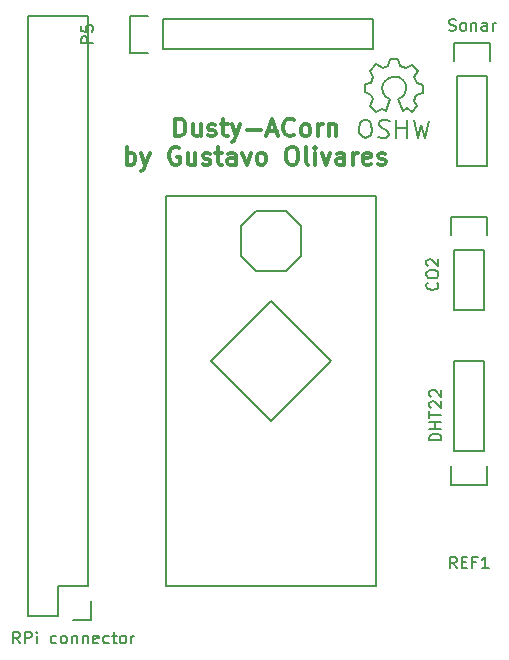
<source format=gbr>
G04 #@! TF.FileFunction,Legend,Top*
%FSLAX46Y46*%
G04 Gerber Fmt 4.6, Leading zero omitted, Abs format (unit mm)*
G04 Created by KiCad (PCBNEW 4.0.2-2.fc24-product) date Thu 11 Aug 2016 11:34:58 NZST*
%MOMM*%
G01*
G04 APERTURE LIST*
%ADD10C,0.100000*%
%ADD11C,0.300000*%
%ADD12C,0.150000*%
%ADD13C,0.127000*%
G04 APERTURE END LIST*
D10*
D11*
X108240572Y-88632571D02*
X108240572Y-87132571D01*
X108597715Y-87132571D01*
X108812000Y-87204000D01*
X108954858Y-87346857D01*
X109026286Y-87489714D01*
X109097715Y-87775429D01*
X109097715Y-87989714D01*
X109026286Y-88275429D01*
X108954858Y-88418286D01*
X108812000Y-88561143D01*
X108597715Y-88632571D01*
X108240572Y-88632571D01*
X110383429Y-87632571D02*
X110383429Y-88632571D01*
X109740572Y-87632571D02*
X109740572Y-88418286D01*
X109812000Y-88561143D01*
X109954858Y-88632571D01*
X110169143Y-88632571D01*
X110312000Y-88561143D01*
X110383429Y-88489714D01*
X111026286Y-88561143D02*
X111169143Y-88632571D01*
X111454858Y-88632571D01*
X111597715Y-88561143D01*
X111669143Y-88418286D01*
X111669143Y-88346857D01*
X111597715Y-88204000D01*
X111454858Y-88132571D01*
X111240572Y-88132571D01*
X111097715Y-88061143D01*
X111026286Y-87918286D01*
X111026286Y-87846857D01*
X111097715Y-87704000D01*
X111240572Y-87632571D01*
X111454858Y-87632571D01*
X111597715Y-87704000D01*
X112097715Y-87632571D02*
X112669144Y-87632571D01*
X112312001Y-87132571D02*
X112312001Y-88418286D01*
X112383429Y-88561143D01*
X112526287Y-88632571D01*
X112669144Y-88632571D01*
X113026287Y-87632571D02*
X113383430Y-88632571D01*
X113740572Y-87632571D02*
X113383430Y-88632571D01*
X113240572Y-88989714D01*
X113169144Y-89061143D01*
X113026287Y-89132571D01*
X114312001Y-88061143D02*
X115454858Y-88061143D01*
X116097715Y-88204000D02*
X116812001Y-88204000D01*
X115954858Y-88632571D02*
X116454858Y-87132571D01*
X116954858Y-88632571D01*
X118312001Y-88489714D02*
X118240572Y-88561143D01*
X118026286Y-88632571D01*
X117883429Y-88632571D01*
X117669144Y-88561143D01*
X117526286Y-88418286D01*
X117454858Y-88275429D01*
X117383429Y-87989714D01*
X117383429Y-87775429D01*
X117454858Y-87489714D01*
X117526286Y-87346857D01*
X117669144Y-87204000D01*
X117883429Y-87132571D01*
X118026286Y-87132571D01*
X118240572Y-87204000D01*
X118312001Y-87275429D01*
X119169144Y-88632571D02*
X119026286Y-88561143D01*
X118954858Y-88489714D01*
X118883429Y-88346857D01*
X118883429Y-87918286D01*
X118954858Y-87775429D01*
X119026286Y-87704000D01*
X119169144Y-87632571D01*
X119383429Y-87632571D01*
X119526286Y-87704000D01*
X119597715Y-87775429D01*
X119669144Y-87918286D01*
X119669144Y-88346857D01*
X119597715Y-88489714D01*
X119526286Y-88561143D01*
X119383429Y-88632571D01*
X119169144Y-88632571D01*
X120312001Y-88632571D02*
X120312001Y-87632571D01*
X120312001Y-87918286D02*
X120383429Y-87775429D01*
X120454858Y-87704000D01*
X120597715Y-87632571D01*
X120740572Y-87632571D01*
X121240572Y-87632571D02*
X121240572Y-88632571D01*
X121240572Y-87775429D02*
X121312000Y-87704000D01*
X121454858Y-87632571D01*
X121669143Y-87632571D01*
X121812000Y-87704000D01*
X121883429Y-87846857D01*
X121883429Y-88632571D01*
X104133429Y-91032571D02*
X104133429Y-89532571D01*
X104133429Y-90104000D02*
X104276286Y-90032571D01*
X104562000Y-90032571D01*
X104704857Y-90104000D01*
X104776286Y-90175429D01*
X104847715Y-90318286D01*
X104847715Y-90746857D01*
X104776286Y-90889714D01*
X104704857Y-90961143D01*
X104562000Y-91032571D01*
X104276286Y-91032571D01*
X104133429Y-90961143D01*
X105347715Y-90032571D02*
X105704858Y-91032571D01*
X106062000Y-90032571D02*
X105704858Y-91032571D01*
X105562000Y-91389714D01*
X105490572Y-91461143D01*
X105347715Y-91532571D01*
X108562000Y-89604000D02*
X108419143Y-89532571D01*
X108204857Y-89532571D01*
X107990572Y-89604000D01*
X107847714Y-89746857D01*
X107776286Y-89889714D01*
X107704857Y-90175429D01*
X107704857Y-90389714D01*
X107776286Y-90675429D01*
X107847714Y-90818286D01*
X107990572Y-90961143D01*
X108204857Y-91032571D01*
X108347714Y-91032571D01*
X108562000Y-90961143D01*
X108633429Y-90889714D01*
X108633429Y-90389714D01*
X108347714Y-90389714D01*
X109919143Y-90032571D02*
X109919143Y-91032571D01*
X109276286Y-90032571D02*
X109276286Y-90818286D01*
X109347714Y-90961143D01*
X109490572Y-91032571D01*
X109704857Y-91032571D01*
X109847714Y-90961143D01*
X109919143Y-90889714D01*
X110562000Y-90961143D02*
X110704857Y-91032571D01*
X110990572Y-91032571D01*
X111133429Y-90961143D01*
X111204857Y-90818286D01*
X111204857Y-90746857D01*
X111133429Y-90604000D01*
X110990572Y-90532571D01*
X110776286Y-90532571D01*
X110633429Y-90461143D01*
X110562000Y-90318286D01*
X110562000Y-90246857D01*
X110633429Y-90104000D01*
X110776286Y-90032571D01*
X110990572Y-90032571D01*
X111133429Y-90104000D01*
X111633429Y-90032571D02*
X112204858Y-90032571D01*
X111847715Y-89532571D02*
X111847715Y-90818286D01*
X111919143Y-90961143D01*
X112062001Y-91032571D01*
X112204858Y-91032571D01*
X113347715Y-91032571D02*
X113347715Y-90246857D01*
X113276286Y-90104000D01*
X113133429Y-90032571D01*
X112847715Y-90032571D01*
X112704858Y-90104000D01*
X113347715Y-90961143D02*
X113204858Y-91032571D01*
X112847715Y-91032571D01*
X112704858Y-90961143D01*
X112633429Y-90818286D01*
X112633429Y-90675429D01*
X112704858Y-90532571D01*
X112847715Y-90461143D01*
X113204858Y-90461143D01*
X113347715Y-90389714D01*
X113919144Y-90032571D02*
X114276287Y-91032571D01*
X114633429Y-90032571D01*
X115419144Y-91032571D02*
X115276286Y-90961143D01*
X115204858Y-90889714D01*
X115133429Y-90746857D01*
X115133429Y-90318286D01*
X115204858Y-90175429D01*
X115276286Y-90104000D01*
X115419144Y-90032571D01*
X115633429Y-90032571D01*
X115776286Y-90104000D01*
X115847715Y-90175429D01*
X115919144Y-90318286D01*
X115919144Y-90746857D01*
X115847715Y-90889714D01*
X115776286Y-90961143D01*
X115633429Y-91032571D01*
X115419144Y-91032571D01*
X117990572Y-89532571D02*
X118276286Y-89532571D01*
X118419144Y-89604000D01*
X118562001Y-89746857D01*
X118633429Y-90032571D01*
X118633429Y-90532571D01*
X118562001Y-90818286D01*
X118419144Y-90961143D01*
X118276286Y-91032571D01*
X117990572Y-91032571D01*
X117847715Y-90961143D01*
X117704858Y-90818286D01*
X117633429Y-90532571D01*
X117633429Y-90032571D01*
X117704858Y-89746857D01*
X117847715Y-89604000D01*
X117990572Y-89532571D01*
X119490573Y-91032571D02*
X119347715Y-90961143D01*
X119276287Y-90818286D01*
X119276287Y-89532571D01*
X120062001Y-91032571D02*
X120062001Y-90032571D01*
X120062001Y-89532571D02*
X119990572Y-89604000D01*
X120062001Y-89675429D01*
X120133429Y-89604000D01*
X120062001Y-89532571D01*
X120062001Y-89675429D01*
X120633430Y-90032571D02*
X120990573Y-91032571D01*
X121347715Y-90032571D01*
X122562001Y-91032571D02*
X122562001Y-90246857D01*
X122490572Y-90104000D01*
X122347715Y-90032571D01*
X122062001Y-90032571D01*
X121919144Y-90104000D01*
X122562001Y-90961143D02*
X122419144Y-91032571D01*
X122062001Y-91032571D01*
X121919144Y-90961143D01*
X121847715Y-90818286D01*
X121847715Y-90675429D01*
X121919144Y-90532571D01*
X122062001Y-90461143D01*
X122419144Y-90461143D01*
X122562001Y-90389714D01*
X123276287Y-91032571D02*
X123276287Y-90032571D01*
X123276287Y-90318286D02*
X123347715Y-90175429D01*
X123419144Y-90104000D01*
X123562001Y-90032571D01*
X123704858Y-90032571D01*
X124776286Y-90961143D02*
X124633429Y-91032571D01*
X124347715Y-91032571D01*
X124204858Y-90961143D01*
X124133429Y-90818286D01*
X124133429Y-90246857D01*
X124204858Y-90104000D01*
X124347715Y-90032571D01*
X124633429Y-90032571D01*
X124776286Y-90104000D01*
X124847715Y-90246857D01*
X124847715Y-90389714D01*
X124133429Y-90532571D01*
X125419143Y-90961143D02*
X125562000Y-91032571D01*
X125847715Y-91032571D01*
X125990572Y-90961143D01*
X126062000Y-90818286D01*
X126062000Y-90746857D01*
X125990572Y-90604000D01*
X125847715Y-90532571D01*
X125633429Y-90532571D01*
X125490572Y-90461143D01*
X125419143Y-90318286D01*
X125419143Y-90246857D01*
X125490572Y-90104000D01*
X125633429Y-90032571D01*
X125847715Y-90032571D01*
X125990572Y-90104000D01*
D12*
X131826000Y-98298000D02*
X131826000Y-103378000D01*
X131826000Y-103378000D02*
X134366000Y-103378000D01*
X134366000Y-103378000D02*
X134366000Y-98298000D01*
X134646000Y-95478000D02*
X134646000Y-97028000D01*
X134366000Y-98298000D02*
X131826000Y-98298000D01*
X131546000Y-97028000D02*
X131546000Y-95478000D01*
X131546000Y-95478000D02*
X134646000Y-95478000D01*
X134366000Y-115316000D02*
X134366000Y-107696000D01*
X131826000Y-115316000D02*
X131826000Y-107696000D01*
X131546000Y-118136000D02*
X131546000Y-116586000D01*
X134366000Y-107696000D02*
X131826000Y-107696000D01*
X131826000Y-115316000D02*
X134366000Y-115316000D01*
X134646000Y-116586000D02*
X134646000Y-118136000D01*
X134646000Y-118136000D02*
X131546000Y-118136000D01*
X132080000Y-83566000D02*
X132080000Y-91186000D01*
X134620000Y-83566000D02*
X134620000Y-91186000D01*
X134900000Y-80746000D02*
X134900000Y-82296000D01*
X132080000Y-91186000D02*
X134620000Y-91186000D01*
X134620000Y-83566000D02*
X132080000Y-83566000D01*
X131800000Y-82296000D02*
X131800000Y-80746000D01*
X131800000Y-80746000D02*
X134900000Y-80746000D01*
X128414780Y-87271860D02*
X128775460Y-88742520D01*
X128775460Y-88742520D02*
X129054860Y-87680800D01*
X129054860Y-87680800D02*
X129364740Y-88752680D01*
X129364740Y-88752680D02*
X129705100Y-87302340D01*
X126994920Y-87962740D02*
X127784860Y-87952580D01*
X127784860Y-87952580D02*
X127795020Y-87962740D01*
X127795020Y-87962740D02*
X127795020Y-87952580D01*
X127835660Y-87241380D02*
X127835660Y-88783160D01*
X126946660Y-87231220D02*
X126946660Y-88800940D01*
X126946660Y-88800940D02*
X126956820Y-88790780D01*
X126395480Y-87332820D02*
X126044960Y-87251540D01*
X126044960Y-87251540D02*
X125724920Y-87241380D01*
X125724920Y-87241380D02*
X125486160Y-87442040D01*
X125486160Y-87442040D02*
X125455680Y-87711280D01*
X125455680Y-87711280D02*
X125696980Y-87952580D01*
X125696980Y-87952580D02*
X126085600Y-88082120D01*
X126085600Y-88082120D02*
X126265940Y-88242140D01*
X126265940Y-88242140D02*
X126306580Y-88541860D01*
X126306580Y-88541860D02*
X126075440Y-88762840D01*
X126075440Y-88762840D02*
X125755400Y-88790780D01*
X125755400Y-88790780D02*
X125404880Y-88681560D01*
X124366020Y-87231220D02*
X124117100Y-87251540D01*
X124117100Y-87251540D02*
X123875800Y-87492840D01*
X123875800Y-87492840D02*
X123786900Y-87983060D01*
X123786900Y-87983060D02*
X123814840Y-88331040D01*
X123814840Y-88331040D02*
X124015500Y-88651080D01*
X124015500Y-88651080D02*
X124266960Y-88773000D01*
X124266960Y-88773000D02*
X124576840Y-88701880D01*
X124576840Y-88701880D02*
X124795280Y-88521540D01*
X124795280Y-88521540D02*
X124866400Y-88061800D01*
X124866400Y-88061800D02*
X124815600Y-87652860D01*
X124815600Y-87652860D02*
X124706380Y-87370920D01*
X124706380Y-87370920D02*
X124345700Y-87241380D01*
X124965460Y-85511640D02*
X124706380Y-86072980D01*
X124706380Y-86072980D02*
X125244860Y-86591140D01*
X125244860Y-86591140D02*
X125765560Y-86321900D01*
X125765560Y-86321900D02*
X126044960Y-86481920D01*
X127485140Y-86461600D02*
X127815340Y-86271100D01*
X127815340Y-86271100D02*
X128254760Y-86601300D01*
X128254760Y-86601300D02*
X128727200Y-86111080D01*
X128727200Y-86111080D02*
X128445260Y-85631020D01*
X128445260Y-85631020D02*
X128635760Y-85161120D01*
X128635760Y-85161120D02*
X129245360Y-84973160D01*
X129245360Y-84973160D02*
X129245360Y-84292440D01*
X129245360Y-84292440D02*
X128686560Y-84152740D01*
X128686560Y-84152740D02*
X128485900Y-83581240D01*
X128485900Y-83581240D02*
X128755140Y-83111340D01*
X128755140Y-83111340D02*
X128285240Y-82600800D01*
X128285240Y-82600800D02*
X127767080Y-82862420D01*
X127767080Y-82862420D02*
X127297180Y-82661760D01*
X127297180Y-82661760D02*
X127127000Y-82120740D01*
X127127000Y-82120740D02*
X126436120Y-82102960D01*
X126436120Y-82102960D02*
X126225300Y-82651600D01*
X126225300Y-82651600D02*
X125806200Y-82821780D01*
X125806200Y-82821780D02*
X125255020Y-82552540D01*
X125255020Y-82552540D02*
X124736860Y-83080860D01*
X124736860Y-83080860D02*
X124985780Y-83621880D01*
X124985780Y-83621880D02*
X124815600Y-84101940D01*
X124815600Y-84101940D02*
X124266960Y-84201000D01*
X124266960Y-84201000D02*
X124256800Y-84902040D01*
X124256800Y-84902040D02*
X124815600Y-85102700D01*
X124815600Y-85102700D02*
X124955300Y-85501480D01*
X127096520Y-85481160D02*
X127396240Y-85331300D01*
X127396240Y-85331300D02*
X127596900Y-85133180D01*
X127596900Y-85133180D02*
X127746760Y-84731860D01*
X127746760Y-84731860D02*
X127746760Y-84333080D01*
X127746760Y-84333080D02*
X127596900Y-83982560D01*
X127596900Y-83982560D02*
X127144780Y-83632040D01*
X127144780Y-83632040D02*
X126695200Y-83581240D01*
X126695200Y-83581240D02*
X126296420Y-83682840D01*
X126296420Y-83682840D02*
X125895100Y-84030820D01*
X125895100Y-84030820D02*
X125745240Y-84482940D01*
X125745240Y-84482940D02*
X125796040Y-84980780D01*
X125796040Y-84980780D02*
X126044960Y-85283040D01*
X126044960Y-85283040D02*
X126395480Y-85481160D01*
X126395480Y-85481160D02*
X126044960Y-86481920D01*
X127096520Y-85481160D02*
X127495300Y-86481920D01*
X95758000Y-78486000D02*
X95758000Y-129286000D01*
X100838000Y-126746000D02*
X100838000Y-78486000D01*
X95758000Y-78486000D02*
X100838000Y-78486000D01*
X95758000Y-129286000D02*
X98298000Y-129286000D01*
X99568000Y-129566000D02*
X101118000Y-129566000D01*
X98298000Y-129286000D02*
X98298000Y-126746000D01*
X98298000Y-126746000D02*
X100838000Y-126746000D01*
X101118000Y-129566000D02*
X101118000Y-128016000D01*
X107188000Y-78740000D02*
X124968000Y-78740000D01*
X124968000Y-78740000D02*
X124968000Y-81280000D01*
X124968000Y-81280000D02*
X107188000Y-81280000D01*
X104368000Y-78460000D02*
X105918000Y-78460000D01*
X107188000Y-78740000D02*
X107188000Y-81280000D01*
X105918000Y-81560000D02*
X104368000Y-81560000D01*
X104368000Y-81560000D02*
X104368000Y-78460000D01*
D13*
X107442000Y-93726000D02*
X107442000Y-126746000D01*
X107442000Y-126746000D02*
X125222000Y-126746000D01*
X125222000Y-126746000D02*
X125222000Y-93726000D01*
X125222000Y-93726000D02*
X107442000Y-93726000D01*
X117602000Y-94996000D02*
X115062000Y-94996000D01*
X115062000Y-94996000D02*
X113792000Y-96266000D01*
X113792000Y-96266000D02*
X113792000Y-98806000D01*
X113792000Y-98806000D02*
X115062000Y-100076000D01*
X115062000Y-100076000D02*
X117602000Y-100076000D01*
X117602000Y-100076000D02*
X118872000Y-98806000D01*
X118872000Y-98806000D02*
X118872000Y-96266000D01*
X118872000Y-96266000D02*
X117602000Y-94996000D01*
X116332000Y-102616000D02*
X121412000Y-107696000D01*
X121412000Y-107696000D02*
X116332000Y-112776000D01*
X116332000Y-112776000D02*
X111252000Y-107696000D01*
X111252000Y-107696000D02*
X116332000Y-102616000D01*
D12*
X130405143Y-101020476D02*
X130452762Y-101068095D01*
X130500381Y-101210952D01*
X130500381Y-101306190D01*
X130452762Y-101449048D01*
X130357524Y-101544286D01*
X130262286Y-101591905D01*
X130071810Y-101639524D01*
X129928952Y-101639524D01*
X129738476Y-101591905D01*
X129643238Y-101544286D01*
X129548000Y-101449048D01*
X129500381Y-101306190D01*
X129500381Y-101210952D01*
X129548000Y-101068095D01*
X129595619Y-101020476D01*
X129500381Y-100401429D02*
X129500381Y-100210952D01*
X129548000Y-100115714D01*
X129643238Y-100020476D01*
X129833714Y-99972857D01*
X130167048Y-99972857D01*
X130357524Y-100020476D01*
X130452762Y-100115714D01*
X130500381Y-100210952D01*
X130500381Y-100401429D01*
X130452762Y-100496667D01*
X130357524Y-100591905D01*
X130167048Y-100639524D01*
X129833714Y-100639524D01*
X129643238Y-100591905D01*
X129548000Y-100496667D01*
X129500381Y-100401429D01*
X129595619Y-99591905D02*
X129548000Y-99544286D01*
X129500381Y-99449048D01*
X129500381Y-99210952D01*
X129548000Y-99115714D01*
X129595619Y-99068095D01*
X129690857Y-99020476D01*
X129786095Y-99020476D01*
X129928952Y-99068095D01*
X130500381Y-99639524D01*
X130500381Y-99020476D01*
X130754381Y-114387048D02*
X129754381Y-114387048D01*
X129754381Y-114148953D01*
X129802000Y-114006095D01*
X129897238Y-113910857D01*
X129992476Y-113863238D01*
X130182952Y-113815619D01*
X130325810Y-113815619D01*
X130516286Y-113863238D01*
X130611524Y-113910857D01*
X130706762Y-114006095D01*
X130754381Y-114148953D01*
X130754381Y-114387048D01*
X130754381Y-113387048D02*
X129754381Y-113387048D01*
X130230571Y-113387048D02*
X130230571Y-112815619D01*
X130754381Y-112815619D02*
X129754381Y-112815619D01*
X129754381Y-112482286D02*
X129754381Y-111910857D01*
X130754381Y-112196572D02*
X129754381Y-112196572D01*
X129849619Y-111625143D02*
X129802000Y-111577524D01*
X129754381Y-111482286D01*
X129754381Y-111244190D01*
X129802000Y-111148952D01*
X129849619Y-111101333D01*
X129944857Y-111053714D01*
X130040095Y-111053714D01*
X130182952Y-111101333D01*
X130754381Y-111672762D01*
X130754381Y-111053714D01*
X129849619Y-110672762D02*
X129802000Y-110625143D01*
X129754381Y-110529905D01*
X129754381Y-110291809D01*
X129802000Y-110196571D01*
X129849619Y-110148952D01*
X129944857Y-110101333D01*
X130040095Y-110101333D01*
X130182952Y-110148952D01*
X130754381Y-110720381D01*
X130754381Y-110101333D01*
X131397619Y-79652762D02*
X131540476Y-79700381D01*
X131778572Y-79700381D01*
X131873810Y-79652762D01*
X131921429Y-79605143D01*
X131969048Y-79509905D01*
X131969048Y-79414667D01*
X131921429Y-79319429D01*
X131873810Y-79271810D01*
X131778572Y-79224190D01*
X131588095Y-79176571D01*
X131492857Y-79128952D01*
X131445238Y-79081333D01*
X131397619Y-78986095D01*
X131397619Y-78890857D01*
X131445238Y-78795619D01*
X131492857Y-78748000D01*
X131588095Y-78700381D01*
X131826191Y-78700381D01*
X131969048Y-78748000D01*
X132540476Y-79700381D02*
X132445238Y-79652762D01*
X132397619Y-79605143D01*
X132350000Y-79509905D01*
X132350000Y-79224190D01*
X132397619Y-79128952D01*
X132445238Y-79081333D01*
X132540476Y-79033714D01*
X132683334Y-79033714D01*
X132778572Y-79081333D01*
X132826191Y-79128952D01*
X132873810Y-79224190D01*
X132873810Y-79509905D01*
X132826191Y-79605143D01*
X132778572Y-79652762D01*
X132683334Y-79700381D01*
X132540476Y-79700381D01*
X133302381Y-79033714D02*
X133302381Y-79700381D01*
X133302381Y-79128952D02*
X133350000Y-79081333D01*
X133445238Y-79033714D01*
X133588096Y-79033714D01*
X133683334Y-79081333D01*
X133730953Y-79176571D01*
X133730953Y-79700381D01*
X134635715Y-79700381D02*
X134635715Y-79176571D01*
X134588096Y-79081333D01*
X134492858Y-79033714D01*
X134302381Y-79033714D01*
X134207143Y-79081333D01*
X134635715Y-79652762D02*
X134540477Y-79700381D01*
X134302381Y-79700381D01*
X134207143Y-79652762D01*
X134159524Y-79557524D01*
X134159524Y-79462286D01*
X134207143Y-79367048D01*
X134302381Y-79319429D01*
X134540477Y-79319429D01*
X134635715Y-79271810D01*
X135111905Y-79700381D02*
X135111905Y-79033714D01*
X135111905Y-79224190D02*
X135159524Y-79128952D01*
X135207143Y-79081333D01*
X135302381Y-79033714D01*
X135397620Y-79033714D01*
X132048381Y-125222261D02*
X131715047Y-124746070D01*
X131476952Y-125222261D02*
X131476952Y-124222261D01*
X131857905Y-124222261D01*
X131953143Y-124269880D01*
X132000762Y-124317499D01*
X132048381Y-124412737D01*
X132048381Y-124555594D01*
X132000762Y-124650832D01*
X131953143Y-124698451D01*
X131857905Y-124746070D01*
X131476952Y-124746070D01*
X132476952Y-124698451D02*
X132810286Y-124698451D01*
X132953143Y-125222261D02*
X132476952Y-125222261D01*
X132476952Y-124222261D01*
X132953143Y-124222261D01*
X133715048Y-124698451D02*
X133381714Y-124698451D01*
X133381714Y-125222261D02*
X133381714Y-124222261D01*
X133857905Y-124222261D01*
X134762667Y-125222261D02*
X134191238Y-125222261D01*
X134476952Y-125222261D02*
X134476952Y-124222261D01*
X134381714Y-124365118D01*
X134286476Y-124460356D01*
X134191238Y-124507975D01*
X95068000Y-131568381D02*
X94734666Y-131092190D01*
X94496571Y-131568381D02*
X94496571Y-130568381D01*
X94877524Y-130568381D01*
X94972762Y-130616000D01*
X95020381Y-130663619D01*
X95068000Y-130758857D01*
X95068000Y-130901714D01*
X95020381Y-130996952D01*
X94972762Y-131044571D01*
X94877524Y-131092190D01*
X94496571Y-131092190D01*
X95496571Y-131568381D02*
X95496571Y-130568381D01*
X95877524Y-130568381D01*
X95972762Y-130616000D01*
X96020381Y-130663619D01*
X96068000Y-130758857D01*
X96068000Y-130901714D01*
X96020381Y-130996952D01*
X95972762Y-131044571D01*
X95877524Y-131092190D01*
X95496571Y-131092190D01*
X96496571Y-131568381D02*
X96496571Y-130901714D01*
X96496571Y-130568381D02*
X96448952Y-130616000D01*
X96496571Y-130663619D01*
X96544190Y-130616000D01*
X96496571Y-130568381D01*
X96496571Y-130663619D01*
X98163238Y-131520762D02*
X98068000Y-131568381D01*
X97877523Y-131568381D01*
X97782285Y-131520762D01*
X97734666Y-131473143D01*
X97687047Y-131377905D01*
X97687047Y-131092190D01*
X97734666Y-130996952D01*
X97782285Y-130949333D01*
X97877523Y-130901714D01*
X98068000Y-130901714D01*
X98163238Y-130949333D01*
X98734666Y-131568381D02*
X98639428Y-131520762D01*
X98591809Y-131473143D01*
X98544190Y-131377905D01*
X98544190Y-131092190D01*
X98591809Y-130996952D01*
X98639428Y-130949333D01*
X98734666Y-130901714D01*
X98877524Y-130901714D01*
X98972762Y-130949333D01*
X99020381Y-130996952D01*
X99068000Y-131092190D01*
X99068000Y-131377905D01*
X99020381Y-131473143D01*
X98972762Y-131520762D01*
X98877524Y-131568381D01*
X98734666Y-131568381D01*
X99496571Y-130901714D02*
X99496571Y-131568381D01*
X99496571Y-130996952D02*
X99544190Y-130949333D01*
X99639428Y-130901714D01*
X99782286Y-130901714D01*
X99877524Y-130949333D01*
X99925143Y-131044571D01*
X99925143Y-131568381D01*
X100401333Y-130901714D02*
X100401333Y-131568381D01*
X100401333Y-130996952D02*
X100448952Y-130949333D01*
X100544190Y-130901714D01*
X100687048Y-130901714D01*
X100782286Y-130949333D01*
X100829905Y-131044571D01*
X100829905Y-131568381D01*
X101687048Y-131520762D02*
X101591810Y-131568381D01*
X101401333Y-131568381D01*
X101306095Y-131520762D01*
X101258476Y-131425524D01*
X101258476Y-131044571D01*
X101306095Y-130949333D01*
X101401333Y-130901714D01*
X101591810Y-130901714D01*
X101687048Y-130949333D01*
X101734667Y-131044571D01*
X101734667Y-131139810D01*
X101258476Y-131235048D01*
X102591810Y-131520762D02*
X102496572Y-131568381D01*
X102306095Y-131568381D01*
X102210857Y-131520762D01*
X102163238Y-131473143D01*
X102115619Y-131377905D01*
X102115619Y-131092190D01*
X102163238Y-130996952D01*
X102210857Y-130949333D01*
X102306095Y-130901714D01*
X102496572Y-130901714D01*
X102591810Y-130949333D01*
X102877524Y-130901714D02*
X103258476Y-130901714D01*
X103020381Y-130568381D02*
X103020381Y-131425524D01*
X103068000Y-131520762D01*
X103163238Y-131568381D01*
X103258476Y-131568381D01*
X103734667Y-131568381D02*
X103639429Y-131520762D01*
X103591810Y-131473143D01*
X103544191Y-131377905D01*
X103544191Y-131092190D01*
X103591810Y-130996952D01*
X103639429Y-130949333D01*
X103734667Y-130901714D01*
X103877525Y-130901714D01*
X103972763Y-130949333D01*
X104020382Y-130996952D01*
X104068001Y-131092190D01*
X104068001Y-131377905D01*
X104020382Y-131473143D01*
X103972763Y-131520762D01*
X103877525Y-131568381D01*
X103734667Y-131568381D01*
X104496572Y-131568381D02*
X104496572Y-130901714D01*
X104496572Y-131092190D02*
X104544191Y-130996952D01*
X104591810Y-130949333D01*
X104687048Y-130901714D01*
X104782287Y-130901714D01*
X101270381Y-80748095D02*
X100270381Y-80748095D01*
X100270381Y-80367142D01*
X100318000Y-80271904D01*
X100365619Y-80224285D01*
X100460857Y-80176666D01*
X100603714Y-80176666D01*
X100698952Y-80224285D01*
X100746571Y-80271904D01*
X100794190Y-80367142D01*
X100794190Y-80748095D01*
X100270381Y-79271904D02*
X100270381Y-79748095D01*
X100746571Y-79795714D01*
X100698952Y-79748095D01*
X100651333Y-79652857D01*
X100651333Y-79414761D01*
X100698952Y-79319523D01*
X100746571Y-79271904D01*
X100841810Y-79224285D01*
X101079905Y-79224285D01*
X101175143Y-79271904D01*
X101222762Y-79319523D01*
X101270381Y-79414761D01*
X101270381Y-79652857D01*
X101222762Y-79748095D01*
X101175143Y-79795714D01*
M02*

</source>
